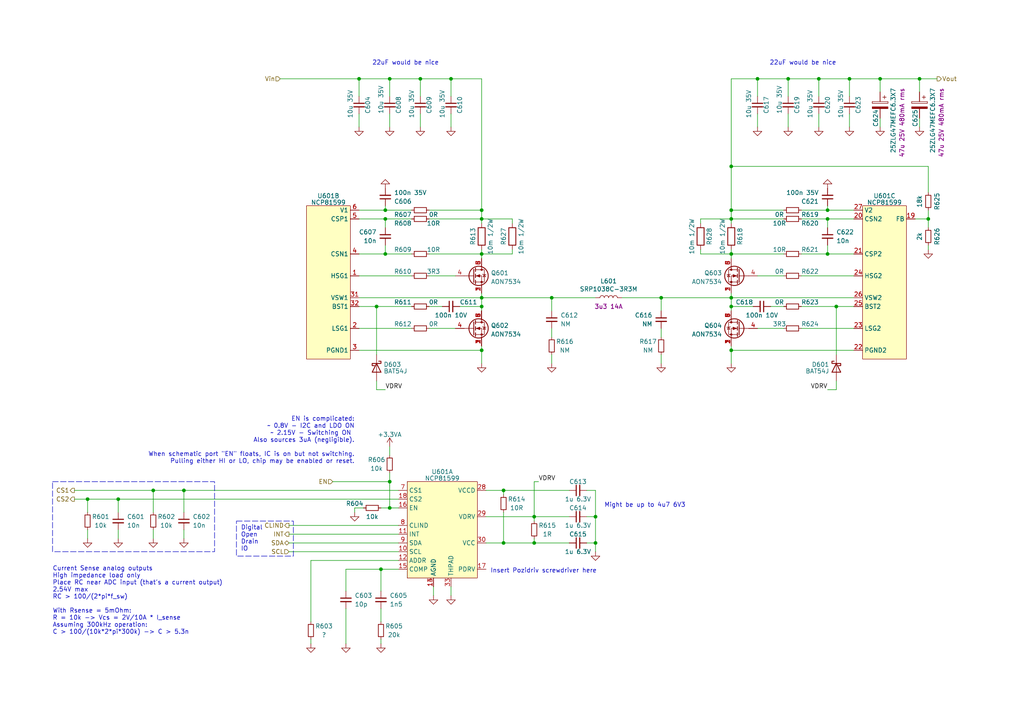
<source format=kicad_sch>
(kicad_sch (version 20230121) (generator eeschema)
  (paper "A4")
  (junction (at 191.77 86.36))
  (junction (at 111.76 73.66))
  (junction (at 113.03 139.7))
  (junction (at 212.09 48.26))
  (junction (at 139.7 73.66))
  (junction (at 212.09 101.6))
  (junction (at 237.49 22.86))
  (junction (at 44.45 142.24))
  (junction (at 219.71 22.86))
  (junction (at 109.22 88.9))
  (junction (at 111.76 60.96))
  (junction (at 146.05 142.24))
  (junction (at 240.03 63.5))
  (junction (at 139.7 101.6))
  (junction (at 111.76 63.5))
  (junction (at 212.09 86.36))
  (junction (at 53.34 142.24))
  (junction (at 139.7 86.36))
  (junction (at 212.09 88.9))
  (junction (at 113.03 22.86))
  (junction (at 266.7 22.86))
  (junction (at 146.05 157.48))
  (junction (at 154.94 157.48))
  (junction (at 172.72 157.48))
  (junction (at 228.6 22.86))
  (junction (at 212.09 73.66))
  (junction (at 212.09 63.5))
  (junction (at 130.81 22.86))
  (junction (at 25.4 144.78))
  (junction (at 34.29 144.78))
  (junction (at 246.38 22.86))
  (junction (at 139.7 63.5))
  (junction (at 104.14 22.86))
  (junction (at 242.57 88.9))
  (junction (at 172.72 149.86))
  (junction (at 255.27 22.86))
  (junction (at 139.7 60.96))
  (junction (at 121.92 22.86))
  (junction (at 160.02 86.36))
  (junction (at 240.03 60.96))
  (junction (at 113.03 147.32))
  (junction (at 139.7 88.9))
  (junction (at 154.94 149.86))
  (junction (at 240.03 73.66))
  (junction (at 269.24 63.5))
  (junction (at 212.09 60.96))
  (junction (at 110.49 165.1))
  (wire (pts (xy 247.65 63.5) (xy 240.03 63.5)))
  (wire (pts (xy 237.49 33.02) (xy 237.49 36.83)))
  (wire (pts (xy 255.27 22.86) (xy 246.38 22.86)))
  (wire (pts (xy 191.77 86.36) (xy 191.77 90.17)))
  (wire (pts (xy 237.49 22.86) (xy 228.6 22.86)))
  (wire (pts (xy 96.52 139.7) (xy 113.03 139.7)))
  (wire (pts (xy 121.92 22.86) (xy 130.81 22.86)))
  (wire (pts (xy 212.09 100.33) (xy 212.09 101.6)))
  (wire (pts (xy 172.72 142.24) (xy 172.72 149.86)))
  (wire (pts (xy 242.57 113.03) (xy 242.57 110.49)))
  (wire (pts (xy 154.94 149.86) (xy 154.94 151.13)))
  (wire (pts (xy 113.03 139.7) (xy 113.03 147.32)))
  (wire (pts (xy 109.22 113.03) (xy 111.76 113.03)))
  (wire (pts (xy 83.82 157.48) (xy 115.57 157.48)))
  (wire (pts (xy 104.14 22.86) (xy 113.03 22.86)))
  (wire (pts (xy 212.09 101.6) (xy 212.09 105.41)))
  (wire (pts (xy 172.72 149.86) (xy 172.72 157.48)))
  (wire (pts (xy 240.03 59.69) (xy 240.03 60.96)))
  (wire (pts (xy 247.65 95.25) (xy 232.41 95.25)))
  (wire (pts (xy 113.03 22.86) (xy 113.03 27.94)))
  (wire (pts (xy 269.24 60.96) (xy 269.24 63.5)))
  (wire (pts (xy 104.14 27.94) (xy 104.14 22.86)))
  (wire (pts (xy 228.6 22.86) (xy 219.71 22.86)))
  (wire (pts (xy 83.82 160.02) (xy 115.57 160.02)))
  (wire (pts (xy 242.57 88.9) (xy 232.41 88.9)))
  (wire (pts (xy 246.38 22.86) (xy 237.49 22.86)))
  (wire (pts (xy 227.33 95.25) (xy 219.71 95.25)))
  (wire (pts (xy 25.4 144.78) (xy 25.4 148.59)))
  (wire (pts (xy 104.14 80.01) (xy 119.38 80.01)))
  (wire (pts (xy 110.49 165.1) (xy 115.57 165.1)))
  (wire (pts (xy 247.65 73.66) (xy 240.03 73.66)))
  (wire (pts (xy 100.33 171.45) (xy 100.33 165.1)))
  (wire (pts (xy 212.09 88.9) (xy 212.09 86.36)))
  (wire (pts (xy 111.76 63.5) (xy 119.38 63.5)))
  (wire (pts (xy 148.59 73.66) (xy 139.7 73.66)))
  (wire (pts (xy 146.05 142.24) (xy 165.1 142.24)))
  (wire (pts (xy 146.05 157.48) (xy 154.94 157.48)))
  (wire (pts (xy 154.94 149.86) (xy 154.94 139.7)))
  (wire (pts (xy 218.44 88.9) (xy 212.09 88.9)))
  (wire (pts (xy 104.14 101.6) (xy 139.7 101.6)))
  (wire (pts (xy 44.45 142.24) (xy 44.45 148.59)))
  (wire (pts (xy 227.33 80.01) (xy 219.71 80.01)))
  (wire (pts (xy 124.46 88.9) (xy 128.27 88.9)))
  (wire (pts (xy 113.03 137.16) (xy 113.03 139.7)))
  (wire (pts (xy 21.59 142.24) (xy 44.45 142.24)))
  (wire (pts (xy 227.33 88.9) (xy 223.52 88.9)))
  (wire (pts (xy 255.27 26.67) (xy 255.27 22.86)))
  (wire (pts (xy 255.27 36.83) (xy 255.27 34.29)))
  (wire (pts (xy 191.77 95.25) (xy 191.77 97.79)))
  (wire (pts (xy 228.6 36.83) (xy 228.6 33.02)))
  (wire (pts (xy 240.03 73.66) (xy 232.41 73.66)))
  (wire (pts (xy 104.14 36.83) (xy 104.14 33.02)))
  (wire (pts (xy 219.71 33.02) (xy 219.71 36.83)))
  (wire (pts (xy 146.05 148.59) (xy 146.05 157.48)))
  (wire (pts (xy 139.7 86.36) (xy 139.7 85.09)))
  (wire (pts (xy 247.65 88.9) (xy 242.57 88.9)))
  (wire (pts (xy 172.72 157.48) (xy 172.72 160.02)))
  (wire (pts (xy 212.09 86.36) (xy 191.77 86.36)))
  (wire (pts (xy 227.33 73.66) (xy 212.09 73.66)))
  (wire (pts (xy 219.71 22.86) (xy 219.71 27.94)))
  (wire (pts (xy 180.34 86.36) (xy 191.77 86.36)))
  (wire (pts (xy 110.49 185.42) (xy 110.49 186.69)))
  (wire (pts (xy 102.87 147.32) (xy 102.87 148.59)))
  (wire (pts (xy 110.49 171.45) (xy 110.49 165.1)))
  (wire (pts (xy 111.76 71.12) (xy 111.76 73.66)))
  (wire (pts (xy 212.09 22.86) (xy 219.71 22.86)))
  (wire (pts (xy 34.29 153.67) (xy 34.29 156.21)))
  (wire (pts (xy 212.09 73.66) (xy 212.09 74.93)))
  (wire (pts (xy 104.14 73.66) (xy 111.76 73.66)))
  (wire (pts (xy 246.38 27.94) (xy 246.38 22.86)))
  (wire (pts (xy 212.09 60.96) (xy 212.09 48.26)))
  (wire (pts (xy 148.59 63.5) (xy 139.7 63.5)))
  (wire (pts (xy 154.94 139.7) (xy 156.21 139.7)))
  (wire (pts (xy 110.49 176.53) (xy 110.49 180.34)))
  (wire (pts (xy 113.03 129.54) (xy 113.03 132.08)))
  (wire (pts (xy 247.65 60.96) (xy 240.03 60.96)))
  (wire (pts (xy 139.7 63.5) (xy 139.7 60.96)))
  (wire (pts (xy 242.57 88.9) (xy 242.57 102.87)))
  (wire (pts (xy 44.45 142.24) (xy 53.34 142.24)))
  (wire (pts (xy 247.65 101.6) (xy 212.09 101.6)))
  (wire (pts (xy 212.09 73.66) (xy 212.09 72.39)))
  (wire (pts (xy 160.02 95.25) (xy 160.02 97.79)))
  (wire (pts (xy 109.22 88.9) (xy 119.38 88.9)))
  (wire (pts (xy 111.76 60.96) (xy 119.38 60.96)))
  (wire (pts (xy 121.92 36.83) (xy 121.92 33.02)))
  (wire (pts (xy 139.7 100.33) (xy 139.7 101.6)))
  (wire (pts (xy 212.09 63.5) (xy 212.09 60.96)))
  (wire (pts (xy 154.94 156.21) (xy 154.94 157.48)))
  (wire (pts (xy 269.24 48.26) (xy 212.09 48.26)))
  (wire (pts (xy 160.02 102.87) (xy 160.02 105.41)))
  (wire (pts (xy 104.14 60.96) (xy 111.76 60.96)))
  (wire (pts (xy 34.29 144.78) (xy 34.29 148.59)))
  (wire (pts (xy 212.09 86.36) (xy 212.09 85.09)))
  (wire (pts (xy 100.33 165.1) (xy 110.49 165.1)))
  (wire (pts (xy 146.05 142.24) (xy 146.05 143.51)))
  (wire (pts (xy 140.97 142.24) (xy 146.05 142.24)))
  (wire (pts (xy 130.81 22.86) (xy 130.81 27.94)))
  (wire (pts (xy 83.82 154.94) (xy 115.57 154.94)))
  (wire (pts (xy 124.46 95.25) (xy 132.08 95.25)))
  (wire (pts (xy 212.09 88.9) (xy 212.09 90.17)))
  (wire (pts (xy 90.17 185.42) (xy 90.17 186.69)))
  (wire (pts (xy 240.03 60.96) (xy 232.41 60.96)))
  (wire (pts (xy 111.76 63.5) (xy 111.76 66.04)))
  (wire (pts (xy 34.29 144.78) (xy 115.57 144.78)))
  (wire (pts (xy 139.7 101.6) (xy 139.7 105.41)))
  (wire (pts (xy 109.22 113.03) (xy 109.22 110.49)))
  (wire (pts (xy 21.59 144.78) (xy 25.4 144.78)))
  (wire (pts (xy 111.76 73.66) (xy 119.38 73.66)))
  (wire (pts (xy 124.46 60.96) (xy 139.7 60.96)))
  (wire (pts (xy 25.4 153.67) (xy 25.4 156.21)))
  (wire (pts (xy 212.09 22.86) (xy 212.09 48.26)))
  (wire (pts (xy 83.82 152.4) (xy 115.57 152.4)))
  (wire (pts (xy 110.49 147.32) (xy 113.03 147.32)))
  (wire (pts (xy 237.49 22.86) (xy 237.49 27.94)))
  (wire (pts (xy 139.7 73.66) (xy 139.7 72.39)))
  (wire (pts (xy 124.46 63.5) (xy 139.7 63.5)))
  (wire (pts (xy 242.57 113.03) (xy 240.03 113.03)))
  (wire (pts (xy 104.14 88.9) (xy 109.22 88.9)))
  (wire (pts (xy 53.34 142.24) (xy 115.57 142.24)))
  (wire (pts (xy 125.73 170.18) (xy 125.73 172.72)))
  (wire (pts (xy 133.35 88.9) (xy 139.7 88.9)))
  (wire (pts (xy 240.03 71.12) (xy 240.03 73.66)))
  (wire (pts (xy 265.43 63.5) (xy 269.24 63.5)))
  (wire (pts (xy 139.7 63.5) (xy 139.7 64.77)))
  (wire (pts (xy 113.03 33.02) (xy 113.03 36.83)))
  (wire (pts (xy 246.38 36.83) (xy 246.38 33.02)))
  (wire (pts (xy 124.46 80.01) (xy 132.08 80.01)))
  (wire (pts (xy 100.33 176.53) (xy 100.33 186.69)))
  (wire (pts (xy 247.65 86.36) (xy 212.09 86.36)))
  (wire (pts (xy 228.6 27.94) (xy 228.6 22.86)))
  (wire (pts (xy 124.46 73.66) (xy 139.7 73.66)))
  (wire (pts (xy 227.33 60.96) (xy 212.09 60.96)))
  (wire (pts (xy 90.17 162.56) (xy 90.17 180.34)))
  (wire (pts (xy 266.7 22.86) (xy 271.78 22.86)))
  (wire (pts (xy 247.65 80.01) (xy 232.41 80.01)))
  (wire (pts (xy 170.18 142.24) (xy 172.72 142.24)))
  (wire (pts (xy 255.27 22.86) (xy 266.7 22.86)))
  (wire (pts (xy 160.02 86.36) (xy 172.72 86.36)))
  (wire (pts (xy 121.92 27.94) (xy 121.92 22.86)))
  (wire (pts (xy 109.22 88.9) (xy 109.22 102.87)))
  (wire (pts (xy 113.03 22.86) (xy 121.92 22.86)))
  (wire (pts (xy 139.7 73.66) (xy 139.7 74.93)))
  (wire (pts (xy 148.59 64.77) (xy 148.59 63.5)))
  (wire (pts (xy 269.24 63.5) (xy 269.24 66.04)))
  (wire (pts (xy 53.34 153.67) (xy 53.34 156.21)))
  (wire (pts (xy 266.7 26.67) (xy 266.7 22.86)))
  (wire (pts (xy 104.14 86.36) (xy 139.7 86.36)))
  (wire (pts (xy 25.4 144.78) (xy 34.29 144.78)))
  (wire (pts (xy 269.24 71.12) (xy 269.24 72.39)))
  (wire (pts (xy 111.76 59.69) (xy 111.76 60.96)))
  (wire (pts (xy 240.03 63.5) (xy 240.03 66.04)))
  (wire (pts (xy 212.09 63.5) (xy 212.09 64.77)))
  (wire (pts (xy 203.2 72.39) (xy 203.2 73.66)))
  (wire (pts (xy 104.14 95.25) (xy 119.38 95.25)))
  (wire (pts (xy 203.2 64.77) (xy 203.2 63.5)))
  (wire (pts (xy 139.7 88.9) (xy 139.7 90.17)))
  (wire (pts (xy 113.03 147.32) (xy 115.57 147.32)))
  (wire (pts (xy 154.94 157.48) (xy 165.1 157.48)))
  (wire (pts (xy 203.2 63.5) (xy 212.09 63.5)))
  (wire (pts (xy 90.17 162.56) (xy 115.57 162.56)))
  (wire (pts (xy 160.02 86.36) (xy 160.02 90.17)))
  (wire (pts (xy 81.28 22.86) (xy 104.14 22.86)))
  (wire (pts (xy 140.97 157.48) (xy 146.05 157.48)))
  (wire (pts (xy 227.33 63.5) (xy 212.09 63.5)))
  (wire (pts (xy 140.97 149.86) (xy 154.94 149.86)))
  (wire (pts (xy 148.59 72.39) (xy 148.59 73.66)))
  (wire (pts (xy 240.03 63.5) (xy 232.41 63.5)))
  (wire (pts (xy 170.18 149.86) (xy 172.72 149.86)))
  (wire (pts (xy 203.2 73.66) (xy 212.09 73.66)))
  (wire (pts (xy 139.7 86.36) (xy 160.02 86.36)))
  (wire (pts (xy 139.7 88.9) (xy 139.7 86.36)))
  (wire (pts (xy 130.81 33.02) (xy 130.81 36.83)))
  (wire (pts (xy 191.77 102.87) (xy 191.77 105.41)))
  (wire (pts (xy 104.14 63.5) (xy 111.76 63.5)))
  (wire (pts (xy 139.7 22.86) (xy 139.7 60.96)))
  (wire (pts (xy 172.72 157.48) (xy 170.18 157.48)))
  (wire (pts (xy 266.7 36.83) (xy 266.7 34.29)))
  (wire (pts (xy 44.45 153.67) (xy 44.45 156.21)))
  (wire (pts (xy 105.41 147.32) (xy 102.87 147.32)))
  (wire (pts (xy 130.81 170.18) (xy 130.81 172.72)))
  (wire (pts (xy 130.81 22.86) (xy 139.7 22.86)))
  (wire (pts (xy 154.94 149.86) (xy 165.1 149.86)))
  (wire (pts (xy 53.34 148.59) (xy 53.34 142.24)))
  (wire (pts (xy 269.24 55.88) (xy 269.24 48.26)))
  (rectangle (start 15.24 139.7) (end 62.23 160.02) (stroke (width 0) (type dash)))
  (rectangle (start 68.58 151.13) (end 85.09 161.29) (stroke (width 0) (type dash)))
  (text "Insert Pozidriv screwdriver here" (at 142.24 166.37 0) (effects (font (size 1.27 1.27)) (justify left bottom)))
  (text "Digital\nOpen\nDrain\nIO" (at 69.85 160.02 0) (effects (font (size 1.27 1.27)) (justify left bottom)))
  (text "Might be up to 4u7 6V3" (at 175.26 147.32 0) (effects (font (size 1.27 1.27)) (justify left bottom)))
  (text "Current Sense analog outputs\nHigh impedance load only\nPlace RC near ADC input (that's a current output)\n2.54V max\nRC > 100/(2*pi*f_sw)\n\nWith Rsense = 5mOhm:\nR = 10k -> Vcs = 2V/10A * I_sense\nAssuming 300kHz operation:\nC > 100/(10k*2*pi*300k) -> C > 5.3n" (at 15.24 184.15 0) (effects (font (size 1.27 1.27)) (justify left bottom)))
  (text "22uF would be nice" (at 242.57 19.05 0) (effects (font (size 1.27 1.27)) (justify right bottom)))
  (text "EN is complicated:\n~ 0.8V - I2C and LDO ON\n~ 2.15V - Switching ON \nAlso sources 3uA (negligible).\n\nWhen schematic port \"EN\" floats, IC is on but not switching.\nPulling either HI or LO, chip may be enabled or reset.\n" (at 102.87 134.62 0) (effects (font (size 1.27 1.27)) (justify right bottom)))
  (text "22uF would be nice" (at 107.95 19.05 0) (effects (font (size 1.27 1.27)) (justify left bottom)))
  (label "VDRV" (at 240.03 113.03 180))
  (label "VDRV" (at 156.21 139.7 0))
  (label "VDRV" (at 111.76 113.03 0))
  (hierarchical_label "Vout" (shape output) (at 271.78 22.86 0))
  (hierarchical_label "EN" (shape input) (at 96.52 139.7 180))
  (hierarchical_label "INT" (shape output) (at 83.82 154.94 180))
  (hierarchical_label "SCL" (shape input) (at 83.82 160.02 180))
  (hierarchical_label "CLIND" (shape output) (at 83.82 152.4 180))
  (hierarchical_label "Vin" (shape input) (at 81.28 22.86 180))
  (hierarchical_label "CS2" (shape output) (at 21.59 144.78 180))
  (hierarchical_label "CS1" (shape output) (at 21.59 142.24 180))
  (hierarchical_label "SDA" (shape bidirectional) (at 83.82 157.48 180))
  (symbol (lib_id "power:GND") (at 121.92 36.83 0) (unit 1)
    (property "Reference" "#PWR0613" (effects hide))
    (property "Value" "GND" (effects hide))
    (instances (project "OpenUPS_ups" (path "" (reference "#PWR0613") (unit 1)) (path "" (reference "#PWR0313") (unit 1))))
  )
  (symbol (lib_id "power:GND") (at 53.34 156.21 0) (unit 1)
    (property "Reference" "#PWR0604" (effects hide))
    (property "Value" "GND" (effects hide))
    (instances (project "OpenUPS_ups" (path "" (reference "#PWR0604") (unit 1)) (path "" (reference "#PWR0304") (unit 1))))
  )
  (symbol (lib_id "Device:C_Small") (at 110.49 173.99 0) (unit 1)
    (property "Reference" "C605" (at 113.03 172.72 0) (effects (justify left)))
    (property "Value" "1n5" (at 113.03 175.26 0) (effects (justify left)))
    (property "Footprint" "Capacitor_SMD:C_0603_1608Metric" (effects hide))
    (instances (project "OpenUPS_ups" (path "" (reference "C605") (unit 1)) (path "" (reference "C305") (unit 1))))
  )
  (symbol (lib_name "NCP81599_1") (lib_id "open-psu:NCP81599") (at 256.54 59.69 0) (unit 3)
    (property "Reference" "U601" (at 256.54 56.8071 0))
    (property "Value" "NCP81599" (at 256.54 58.7281 0))
    (property "Footprint" "Package_DFN_QFN:QFN-32-1EP_5x5mm_P0.5mm_EP3.7x3.7mm" (effects hide))
    (property "Datasheet" "https://www2.mouser.com/datasheet/2/308/NCV81599_D-1903267.pdf" (effects hide))
    (instances (project "OpenUPS_ups" (path "" (reference "U601") (unit 3)) (path "" (reference "U301") (unit 3))))
  )
  (symbol (lib_id "Device:R_Small") (at 121.92 63.5 90) (unit 1)
    (property "Reference" "R608" (at 116.84 64.77 90))
    (property "Value" "10R" (at 125.73 64.77 90))
    (property "Footprint" "Resistor_SMD:R_0603_1608Metric" (effects hide))
    (instances (project "OpenUPS_ups" (path "" (reference "R608") (unit 1)) (path "" (reference "R308") (unit 1))))
  )
  (symbol (lib_id "Device:R_Small") (at 110.49 182.88 0) (mirror x) (unit 1)
    (property "Reference" "R605" (at 114.3 181.61 0))
    (property "Value" "20k" (at 114.3 184.15 0))
    (property "Footprint" "Resistor_SMD:R_0603_1608Metric" (effects hide))
    (instances (project "OpenUPS_ups" (path "" (reference "R605") (unit 1)) (path "" (reference "R305") (unit 1))))
  )
  (symbol (lib_id "Device:R_Small") (at 146.05 146.05 0) (mirror x) (unit 1)
    (property "Reference" "R614" (at 149.86 144.78 0))
    (property "Value" "10R" (at 149.86 147.32 0))
    (property "Footprint" "Resistor_SMD:R_0603_1608Metric" (effects hide))
    (instances (project "OpenUPS_ups" (path "" (reference "R614") (unit 1)) (path "" (reference "R314") (unit 1))))
  )
  (symbol (lib_id "Device:C_Small") (at 240.03 57.15 180) (unit 1)
    (property "Reference" "C621" (at 237.49 58.42 0) (effects (justify left)))
    (property "Value" "100n 35V" (at 237.49 55.88 0) (effects (justify left)))
    (property "Footprint" "Capacitor_SMD:C_0603_1608Metric" (effects hide))
    (instances (project "OpenUPS_ups" (path "" (reference "C621") (unit 1)) (path "" (reference "C321") (unit 1))))
  )
  (symbol (lib_id "Device:R_Small") (at 121.92 73.66 90) (mirror x) (unit 1)
    (property "Reference" "R609" (at 116.84 72.39 90))
    (property "Value" "10R" (at 125.73 72.39 90))
    (property "Footprint" "Resistor_SMD:R_0603_1608Metric" (effects hide))
    (instances (project "OpenUPS_ups" (path "" (reference "R609") (unit 1)) (path "" (reference "R309") (unit 1))))
  )
  (symbol (lib_id "Device:R_Small") (at 121.92 88.9 90) (mirror x) (unit 1)
    (property "Reference" "R611" (at 116.84 87.63 90))
    (property "Value" "0R" (at 125.73 87.63 90))
    (property "Footprint" "Resistor_SMD:R_0603_1608Metric" (effects hide))
    (instances (project "OpenUPS_ups" (path "" (reference "R611") (unit 1)) (path "" (reference "R311") (unit 1))))
  )
  (symbol (lib_id "Device:C_Small") (at 167.64 142.24 90) (unit 1)
    (property "Reference" "C613" (at 167.64 139.7 90))
    (property "Value" "1u 6.3V" (at 167.64 144.78 90))
    (property "Footprint" "Capacitor_SMD:C_0603_1608Metric" (effects hide))
    (instances (project "OpenUPS_ups" (path "" (reference "C613") (unit 1)) (path "" (reference "C313") (unit 1))))
  )
  (symbol (lib_id "Device:C_Small") (at 228.6 30.48 0) (unit 1)
    (property "Reference" "C619" (at 231.14 33.02 90) (effects (justify left)))
    (property "Value" "10u 35V" (at 226.06 33.02 90) (effects (justify left)))
    (property "Footprint" "Capacitor_SMD:C_0603_1608Metric" (effects hide))
    (instances (project "OpenUPS_ups" (path "" (reference "C619") (unit 1)) (path "" (reference "C319") (unit 1))))
  )
  (symbol (lib_name "Q_NMOS_GDS_1") (lib_id "Device:Q_NMOS_GDS") (at 137.16 80.01 0) (unit 1)
    (property "Reference" "Q601" (at 142.367 79.1753 0) (effects (justify left)))
    (property "Value" "AON7534" (at 142.367 81.7122 0) (effects (justify left)))
    (property "Footprint" "footprints:DFN 3x3 MOSFET" (effects hide))
    (instances (project "OpenUPS_ups" (path "" (reference "Q601") (unit 1)) (path "" (reference "Q301") (unit 1)) (path "" (reference "Q407") (unit 1))))
  )
  (symbol (lib_id "Device:L") (at 176.53 86.36 90) (unit 1)
    (property "Reference" "L601" (at 176.53 81.534 90))
    (property "Value" "SRP1038C-3R3M" (at 176.53 83.8454 90))
    (property "Footprint" "Inductor_SMD:L_Bourns_SRP1038C_10.0x10.0mm" (effects hide))
    (property "Datasheet" "https://www.mouser.pl/datasheet/2/54/bourns_06072019_SRP1038C_datasheet-1601316.pdf" (effects hide))
    (property "Comment" "3u3 14A" (at 176.53 88.9 90))
    (instances (project "OpenUPS_ups" (path "" (reference "L601") (unit 1)) (path "" (reference "L301") (unit 1))))
  )
  (symbol (lib_id "power:GND") (at 100.33 186.69 0) (unit 1)
    (property "Reference" "#PWR0606" (effects hide))
    (property "Value" "GND" (effects hide))
    (instances (project "OpenUPS_ups" (path "" (reference "#PWR0606") (unit 1)) (path "" (reference "#PWR0306") (unit 1))))
  )
  (symbol (lib_id "Device:C_Small") (at 246.38 30.48 0) (unit 1)
    (property "Reference" "C623" (at 248.92 33.02 90) (effects (justify left)))
    (property "Value" "10u 35V" (at 243.84 34.29 90) (effects (justify left)))
    (property "Footprint" "Capacitor_SMD:C_0603_1608Metric" (effects hide))
    (instances (project "OpenUPS_ups" (path "" (reference "C623") (unit 1)) (path "" (reference "C323") (unit 1))))
  )
  (symbol (lib_id "Diode:BAT54J") (at 242.57 106.68 90) (mirror x) (unit 1)
    (property "Reference" "D601" (at 240.538 105.7188 90) (effects (justify left)))
    (property "Value" "BAT54J" (at 240.538 107.6398 90) (effects (justify left)))
    (property "Footprint" "Diode_SMD:D_SOD-323F" (effects hide))
    (property "Datasheet" "https://assets.nexperia.com/documents/data-sheet/BAT54J.pdf" (effects hide))
    (instances (project "OpenUPS_ups" (path "" (reference "D601") (unit 1)) (path "" (reference "D301") (unit 1))))
  )
  (symbol (lib_id "power:GND") (at 125.73 172.72 0) (unit 1)
    (property "Reference" "#PWR0614" (effects hide))
    (property "Value" "GND" (effects hide))
    (instances (project "OpenUPS_ups" (path "" (reference "#PWR0614") (unit 1)) (path "" (reference "#PWR0314") (unit 1))))
  )
  (symbol (lib_id "Device:R_Small") (at 121.92 80.01 90) (mirror x) (unit 1)
    (property "Reference" "R610" (at 116.84 78.74 90))
    (property "Value" "3R3" (at 125.73 78.74 90))
    (property "Footprint" "Resistor_SMD:R_0603_1608Metric" (effects hide))
    (instances (project "OpenUPS_ups" (path "" (reference "R610") (unit 1)) (path "" (reference "R310") (unit 1))))
  )
  (symbol (lib_id "power:GND") (at 110.49 186.69 0) (unit 1)
    (property "Reference" "#PWR0609" (effects hide))
    (property "Value" "GND" (effects hide))
    (instances (project "OpenUPS_ups" (path "" (reference "#PWR0609") (unit 1)) (path "" (reference "#PWR0309") (unit 1))))
  )
  (symbol (lib_id "Device:R_Small") (at 229.87 60.96 270) (mirror x) (unit 1)
    (property "Reference" "R619" (at 234.95 62.23 90))
    (property "Value" "0R" (at 226.06 62.23 90))
    (property "Footprint" "Resistor_SMD:R_0603_1608Metric" (effects hide))
    (instances (project "OpenUPS_ups" (path "" (reference "R619") (unit 1)) (path "" (reference "R319") (unit 1))))
  )
  (symbol (lib_id "power:GND") (at 104.14 36.83 0) (unit 1)
    (property "Reference" "#PWR0608" (effects hide))
    (property "Value" "GND" (effects hide))
    (instances (project "OpenUPS_ups" (path "" (reference "#PWR0608") (unit 1)) (path "" (reference "#PWR0308") (unit 1))))
  )
  (symbol (lib_id "power:GND") (at 255.27 36.83 0) (mirror y) (unit 1)
    (property "Reference" "#PWR0627" (effects hide))
    (property "Value" "GND" (effects hide))
    (instances (project "OpenUPS_ups" (path "" (reference "#PWR0627") (unit 1)) (path "" (reference "#PWR0327") (unit 1))))
  )
  (symbol (lib_id "power:GND") (at 25.4 156.21 0) (unit 1)
    (property "Reference" "#PWR0601" (effects hide))
    (property "Value" "GND" (effects hide))
    (instances (project "OpenUPS_ups" (path "" (reference "#PWR0601") (unit 1)) (path "" (reference "#PWR0301") (unit 1))))
  )
  (symbol (lib_id "Device:C_Polarized") (at 266.7 30.48 0) (mirror y) (unit 1)
    (property "Reference" "C625" (at 265.43 36.83 90) (effects (justify left)))
    (property "Value" "25ZLG47MEFC6.3X7" (at 270.51 44.45 90) (effects (justify left)))
    (property "Footprint" "Capacitor_THT:CP_Radial_D6.3mm_P2.50mm" (effects hide))
    (property "Comment" "47u 25V 480mA rms" (at 273.05 35.56 90))
    (instances (project "OpenUPS_ups" (path "" (reference "C625") (unit 1)) (path "" (reference "C325") (unit 1)) (path "" (reference "C432") (unit 1))))
  )
  (symbol (lib_id "Device:R") (at 139.7 68.58 180) (unit 1)
    (property "Reference" "R613" (at 137.16 68.58 90))
    (property "Value" "10m 1/2W" (at 142.24 68.58 90))
    (property "Footprint" "Resistor_SMD:R_1206_3216Metric" (effects hide))
    (instances (project "OpenUPS_ups" (path "" (reference "R613") (unit 1)) (path "" (reference "R313") (unit 1)) (path "" (reference "R416") (unit 1))))
  )
  (symbol (lib_id "power:GND") (at 160.02 105.41 0) (unit 1)
    (property "Reference" "#PWR0618" (effects hide))
    (property "Value" "GND" (effects hide))
    (instances (project "OpenUPS_ups" (path "" (reference "#PWR0618") (unit 1)) (path "" (reference "#PWR0318") (unit 1))))
  )
  (symbol (lib_id "power:GND") (at 191.77 105.41 0) (mirror y) (unit 1)
    (property "Reference" "#PWR0620" (effects hide))
    (property "Value" "GND" (effects hide))
    (instances (project "OpenUPS_ups" (path "" (reference "#PWR0620") (unit 1)) (path "" (reference "#PWR0320") (unit 1))))
  )
  (symbol (lib_id "power:GND") (at 266.7 36.83 0) (mirror y) (unit 1)
    (property "Reference" "#PWR0628" (effects hide))
    (property "Value" "GND" (effects hide))
    (instances (project "OpenUPS_ups" (path "" (reference "#PWR0628") (unit 1)) (path "" (reference "#PWR0328") (unit 1))))
  )
  (symbol (lib_id "Device:R_Small") (at 160.02 100.33 0) (mirror x) (unit 1)
    (property "Reference" "R616" (at 163.83 99.06 0))
    (property "Value" "NM" (at 163.83 101.6 0))
    (property "Footprint" "Resistor_SMD:R_0603_1608Metric" (effects hide))
    (instances (project "OpenUPS_ups" (path "" (reference "R616") (unit 1)) (path "" (reference "R316") (unit 1))))
  )
  (symbol (lib_id "power:GND") (at 212.09 105.41 0) (mirror y) (unit 1)
    (property "Reference" "#PWR0621" (effects hide))
    (property "Value" "GND" (effects hide))
    (instances (project "OpenUPS_ups" (path "" (reference "#PWR0621") (unit 1)) (path "" (reference "#PWR0321") (unit 1))))
  )
  (symbol (lib_id "Device:R_Small") (at 44.45 151.13 0) (mirror x) (unit 1)
    (property "Reference" "R602" (at 48.26 149.86 0))
    (property "Value" "10k" (at 48.26 152.4 0))
    (property "Footprint" "Resistor_SMD:R_0603_1608Metric" (effects hide))
    (instances (project "OpenUPS_ups" (path "" (reference "R602") (unit 1)) (path "" (reference "R302") (unit 1))))
  )
  (symbol (lib_id "Device:C_Small") (at 34.29 151.13 0) (unit 1)
    (property "Reference" "C601" (at 36.83 149.86 0) (effects (justify left)))
    (property "Value" "10n" (at 36.83 152.4 0) (effects (justify left)))
    (property "Footprint" "Capacitor_SMD:C_0603_1608Metric" (effects hide))
    (instances (project "OpenUPS_ups" (path "" (reference "C601") (unit 1)) (path "" (reference "C301") (unit 1))))
  )
  (symbol (lib_id "Device:R_Small") (at 229.87 80.01 270) (unit 1)
    (property "Reference" "R622" (at 234.95 78.74 90))
    (property "Value" "0R" (at 226.06 78.74 90))
    (property "Footprint" "Resistor_SMD:R_0603_1608Metric" (effects hide))
    (instances (project "OpenUPS_ups" (path "" (reference "R622") (unit 1)) (path "" (reference "R322") (unit 1))))
  )
  (symbol (lib_id "Device:R_Small") (at 229.87 73.66 270) (unit 1)
    (property "Reference" "R621" (at 234.95 72.39 90))
    (property "Value" "10R" (at 226.06 72.39 90))
    (property "Footprint" "Resistor_SMD:R_0603_1608Metric" (effects hide))
    (instances (project "OpenUPS_ups" (path "" (reference "R621") (unit 1)) (path "" (reference "R321") (unit 1))))
  )
  (symbol (lib_id "power:GND") (at 172.72 160.02 0) (unit 1)
    (property "Reference" "#PWR0619" (effects hide))
    (property "Value" "GND" (effects hide))
    (instances (project "OpenUPS_ups" (path "" (reference "#PWR0619") (unit 1)) (path "" (reference "#PWR0319") (unit 1))))
  )
  (symbol (lib_id "Device:C_Small") (at 130.81 30.48 0) (unit 1)
    (property "Reference" "C610" (at 133.35 33.02 90) (effects (justify left)))
    (property "Value" "10u 35V" (at 128.27 34.29 90) (effects (justify left)))
    (property "Footprint" "Capacitor_SMD:C_0603_1608Metric" (effects hide))
    (instances (project "OpenUPS_ups" (path "" (reference "C610") (unit 1)) (path "" (reference "C310") (unit 1))))
  )
  (symbol (lib_name "Q_NMOS_GDS_1") (lib_id "Device:Q_NMOS_GDS") (at 214.63 95.25 0) (mirror y) (unit 1)
    (property "Reference" "Q604" (at 209.423 94.4153 0) (effects (justify left)))
    (property "Value" "AON7534" (at 209.423 96.9522 0) (effects (justify left)))
    (property "Footprint" "footprints:DFN 3x3 MOSFET" (effects hide))
    (instances (project "OpenUPS_ups" (path "" (reference "Q604") (unit 1)) (path "" (reference "Q304") (unit 1)) (path "" (reference "Q407") (unit 1))))
  )
  (symbol (lib_id "Device:R_Small") (at 154.94 153.67 0) (mirror x) (unit 1)
    (property "Reference" "R615" (at 158.75 152.4 0))
    (property "Value" "1R" (at 158.75 154.94 0))
    (property "Footprint" "Resistor_SMD:R_0603_1608Metric" (effects hide))
    (instances (project "OpenUPS_ups" (path "" (reference "R615") (unit 1)) (path "" (reference "R315") (unit 1))))
  )
  (symbol (lib_id "power:GND") (at 269.24 72.39 0) (mirror y) (unit 1)
    (property "Reference" "#PWR0629" (effects hide))
    (property "Value" "GND" (effects hide))
    (instances (project "OpenUPS_ups" (path "" (reference "#PWR0629") (unit 1)) (path "" (reference "#PWR0329") (unit 1))))
  )
  (symbol (lib_id "Device:R_Small") (at 269.24 68.58 0) (mirror x) (unit 1)
    (property "Reference" "R626" (at 271.78 68.58 90))
    (property "Value" "2k" (at 266.7 68.58 90))
    (property "Footprint" "Resistor_SMD:R_0603_1608Metric" (effects hide))
    (instances (project "OpenUPS_ups" (path "" (reference "R626") (unit 1)) (path "" (reference "R326") (unit 1))))
  )
  (symbol (lib_id "Device:C_Small") (at 130.81 88.9 90) (unit 1)
    (property "Reference" "C611" (at 135.89 87.63 90))
    (property "Value" "100n 10V" (at 130.81 91.44 90))
    (property "Footprint" "Capacitor_SMD:C_0603_1608Metric" (effects hide))
    (instances (project "OpenUPS_ups" (path "" (reference "C611") (unit 1)) (path "" (reference "C311") (unit 1))))
  )
  (symbol (lib_id "power:GND") (at 130.81 36.83 0) (unit 1)
    (property "Reference" "#PWR0615" (effects hide))
    (property "Value" "GND" (effects hide))
    (instances (project "OpenUPS_ups" (path "" (reference "#PWR0615") (unit 1)) (path "" (reference "#PWR0315") (unit 1))))
  )
  (symbol (lib_id "power:GND") (at 139.7 105.41 0) (unit 1)
    (property "Reference" "#PWR0617" (effects hide))
    (property "Value" "GND" (effects hide))
    (instances (project "OpenUPS_ups" (path "" (reference "#PWR0617") (unit 1)) (path "" (reference "#PWR0317") (unit 1))))
  )
  (symbol (lib_id "Device:C_Small") (at 53.34 151.13 0) (unit 1)
    (property "Reference" "C602" (at 55.88 149.86 0) (effects (justify left)))
    (property "Value" "10n" (at 55.88 152.4 0) (effects (justify left)))
    (property "Footprint" "Capacitor_SMD:C_0603_1608Metric" (effects hide))
    (instances (project "OpenUPS_ups" (path "" (reference "C602") (unit 1)) (path "" (reference "C302") (unit 1))))
  )
  (symbol (lib_id "Device:R_Small") (at 121.92 60.96 90) (unit 1)
    (property "Reference" "R607" (at 116.84 62.23 90))
    (property "Value" "0R" (at 125.73 62.23 90))
    (property "Footprint" "Resistor_SMD:R_0603_1608Metric" (effects hide))
    (instances (project "OpenUPS_ups" (path "" (reference "R607") (unit 1)) (path "" (reference "R307") (unit 1))))
  )
  (symbol (lib_id "Device:R_Small") (at 269.24 58.42 0) (mirror x) (unit 1)
    (property "Reference" "R625" (at 271.78 58.42 90))
    (property "Value" "18k" (at 266.7 58.42 90))
    (property "Footprint" "Resistor_SMD:R_0603_1608Metric" (effects hide))
    (instances (project "OpenUPS_ups" (path "" (reference "R625") (unit 1)) (path "" (reference "R325") (unit 1))))
  )
  (symbol (lib_id "power:GND") (at 44.45 156.21 0) (unit 1)
    (property "Reference" "#PWR0603" (effects hide))
    (property "Value" "GND" (effects hide))
    (instances (project "OpenUPS_ups" (path "" (reference "#PWR0603") (unit 1)) (path "" (reference "#PWR0303") (unit 1))))
  )
  (symbol (lib_name "Q_NMOS_GDS_1") (lib_id "Device:Q_NMOS_GDS") (at 214.63 80.01 0) (mirror y) (unit 1)
    (property "Reference" "Q603" (at 209.423 79.1753 0) (effects (justify left)))
    (property "Value" "AON7534" (at 209.423 81.7122 0) (effects (justify left)))
    (property "Footprint" "footprints:DFN 3x3 MOSFET" (effects hide))
    (instances (project "OpenUPS_ups" (path "" (reference "Q603") (unit 1)) (path "" (reference "Q303") (unit 1)) (path "" (reference "Q407") (unit 1))))
  )
  (symbol (lib_id "power:+3.3VA") (at 113.03 129.54 0) (unit 1)
    (property "Reference" "#PWR?" (effects hide))
    (property "Value" "+3.3VA" (at 113.03 126.0381 0))
    (instances (project "OpenUPS_ups" (path "" (reference "#PWR?") (unit 1)) (path "" (reference "#PWR0431") (unit 1)) (path "" (reference "#PWR0312") (unit 1)) (path "" (reference "#PWR0612") (unit 1))))
  )
  (symbol (lib_id "Device:R_Small") (at 107.95 147.32 90) (mirror x) (unit 1)
    (property "Reference" "R604" (at 102.87 146.05 90))
    (property "Value" "10k" (at 107.95 149.86 90))
    (property "Footprint" "Resistor_SMD:R_0603_1608Metric" (effects hide))
    (instances (project "OpenUPS_ups" (path "" (reference "R604") (unit 1)) (path "" (reference "R304") (unit 1))))
  )
  (symbol (lib_id "Device:R_Small") (at 25.4 151.13 0) (mirror x) (unit 1)
    (property "Reference" "R601" (at 29.21 149.86 0))
    (property "Value" "10k" (at 29.21 152.4 0))
    (property "Footprint" "Resistor_SMD:R_0603_1608Metric" (effects hide))
    (instances (project "OpenUPS_ups" (path "" (reference "R601") (unit 1)) (path "" (reference "R301") (unit 1))))
  )
  (symbol (lib_id "Device:C_Small") (at 237.49 30.48 0) (unit 1)
    (property "Reference" "C620" (at 240.03 33.02 90) (effects (justify left)))
    (property "Value" "10u 35V" (at 234.95 34.29 90) (effects (justify left)))
    (property "Footprint" "Capacitor_SMD:C_0603_1608Metric" (effects hide))
    (instances (project "OpenUPS_ups" (path "" (reference "C620") (unit 1)) (path "" (reference "C320") (unit 1))))
  )
  (symbol (lib_id "Device:C_Small") (at 111.76 57.15 0) (mirror x) (unit 1)
    (property "Reference" "C606" (at 114.3 58.42 0) (effects (justify left)))
    (property "Value" "100n 35V" (at 114.3 55.88 0) (effects (justify left)))
    (property "Footprint" "Capacitor_SMD:C_0603_1608Metric" (effects hide))
    (instances (project "OpenUPS_ups" (path "" (reference "C606") (unit 1)) (path "" (reference "C306") (unit 1))))
  )
  (symbol (lib_id "power:GND") (at 240.03 54.61 0) (mirror x) (unit 1)
    (property "Reference" "#PWR0625" (effects hide))
    (property "Value" "GND" (effects hide))
    (instances (project "OpenUPS_ups" (path "" (reference "#PWR0625") (unit 1)) (path "" (reference "#PWR0325") (unit 1))))
  )
  (symbol (lib_id "Device:C_Small") (at 111.76 68.58 0) (mirror y) (unit 1)
    (property "Reference" "C607" (at 109.22 67.31 0) (effects (justify left)))
    (property "Value" "10n" (at 109.22 69.85 0) (effects (justify left)))
    (property "Footprint" "Capacitor_SMD:C_0603_1608Metric" (effects hide))
    (instances (project "OpenUPS_ups" (path "" (reference "C607") (unit 1)) (path "" (reference "C307") (unit 1))))
  )
  (symbol (lib_id "Device:R_Small") (at 229.87 88.9 270) (unit 1)
    (property "Reference" "R623" (at 234.95 87.63 90))
    (property "Value" "0R" (at 226.06 87.63 90))
    (property "Footprint" "Resistor_SMD:R_0603_1608Metric" (effects hide))
    (instances (project "OpenUPS_ups" (path "" (reference "R623") (unit 1)) (path "" (reference "R323") (unit 1))))
  )
  (symbol (lib_id "power:GND") (at 113.03 36.83 0) (unit 1)
    (property "Reference" "#PWR0611" (effects hide))
    (property "Value" "GND" (effects hide))
    (instances (project "OpenUPS_ups" (path "" (reference "#PWR0611") (unit 1)) (path "" (reference "#PWR0311") (unit 1))))
  )
  (symbol (lib_id "Device:C_Small") (at 104.14 30.48 0) (unit 1)
    (property "Reference" "C604" (at 106.68 33.02 90) (effects (justify left)))
    (property "Value" "10u 35V" (at 101.6 34.29 90) (effects (justify left)))
    (property "Footprint" "Capacitor_SMD:C_0603_1608Metric" (effects hide))
    (instances (project "OpenUPS_ups" (path "" (reference "C604") (unit 1)) (path "" (reference "C304") (unit 1))))
  )
  (symbol (lib_id "Device:R_Small") (at 90.17 182.88 0) (mirror x) (unit 1)
    (property "Reference" "R603" (at 93.98 181.61 0))
    (property "Value" "?" (at 93.98 184.15 0))
    (property "Footprint" "Resistor_SMD:R_0603_1608Metric" (effects hide))
    (instances (project "OpenUPS_ups" (path "" (reference "R603") (unit 1)) (path "" (reference "R303") (unit 1))))
  )
  (symbol (lib_id "Device:R") (at 203.2 68.58 0) (mirror x) (unit 1)
    (property "Reference" "R628" (at 205.74 68.58 90))
    (property "Value" "10m 1/2W" (at 200.66 68.58 90))
    (property "Footprint" "Resistor_SMD:R_1206_3216Metric" (effects hide))
    (instances (project "OpenUPS_ups" (path "" (reference "R628") (unit 1)) (path "" (reference "R328") (unit 1)) (path "" (reference "R417") (unit 1))))
  )
  (symbol (lib_id "Device:C_Small") (at 191.77 92.71 0) (mirror y) (unit 1)
    (property "Reference" "C616" (at 189.23 91.44 0) (effects (justify left)))
    (property "Value" "NM" (at 189.23 93.98 0) (effects (justify left)))
    (property "Footprint" "Capacitor_SMD:C_0603_1608Metric" (effects hide))
    (instances (project "OpenUPS_ups" (path "" (reference "C616") (unit 1)) (path "" (reference "C316") (unit 1))))
  )
  (symbol (lib_id "power:GND") (at 111.76 54.61 180) (unit 1)
    (property "Reference" "#PWR0610" (effects hide))
    (property "Value" "GND" (effects hide))
    (instances (project "OpenUPS_ups" (path "" (reference "#PWR0610") (unit 1)) (path "" (reference "#PWR0310") (unit 1))))
  )
  (symbol (lib_name "Q_NMOS_GDS_1") (lib_id "Device:Q_NMOS_GDS") (at 137.16 95.25 0) (unit 1)
    (property "Reference" "Q602" (at 142.367 94.4153 0) (effects (justify left)))
    (property "Value" "AON7534" (at 142.367 96.9522 0) (effects (justify left)))
    (property "Footprint" "footprints:DFN 3x3 MOSFET" (effects hide))
    (instances (project "OpenUPS_ups" (path "" (reference "Q602") (unit 1)) (path "" (reference "Q302") (unit 1)) (path "" (reference "Q407") (unit 1))))
  )
  (symbol (lib_id "Device:R_Small") (at 121.92 95.25 90) (mirror x) (unit 1)
    (property "Reference" "R612" (at 116.84 93.98 90))
    (property "Value" "0R" (at 125.73 93.98 90))
    (property "Footprint" "Resistor_SMD:R_0603_1608Metric" (effects hide))
    (instances (project "OpenUPS_ups" (path "" (reference "R612") (unit 1)) (path "" (reference "R312") (unit 1))))
  )
  (symbol (lib_id "Device:C_Small") (at 160.02 92.71 0) (unit 1)
    (property "Reference" "C612" (at 162.56 91.44 0) (effects (justify left)))
    (property "Value" "NM" (at 162.56 93.98 0) (effects (justify left)))
    (property "Footprint" "Capacitor_SMD:C_0603_1608Metric" (effects hide))
    (instances (project "OpenUPS_ups" (path "" (reference "C612") (unit 1)) (path "" (reference "C312") (unit 1))))
  )
  (symbol (lib_id "Device:C_Small") (at 167.64 157.48 90) (unit 1)
    (property "Reference" "C615" (at 167.64 154.94 90))
    (property "Value" "1u 6.3V" (at 167.64 160.02 90))
    (property "Footprint" "Capacitor_SMD:C_0603_1608Metric" (effects hide))
    (instances (project "OpenUPS_ups" (path "" (reference "C615") (unit 1)) (path "" (reference "C315") (unit 1))))
  )
  (symbol (lib_id "Device:R_Small") (at 191.77 100.33 180) (unit 1)
    (property "Reference" "R617" (at 187.96 99.06 0))
    (property "Value" "NM" (at 187.96 101.6 0))
    (property "Footprint" "Resistor_SMD:R_0603_1608Metric" (effects hide))
    (instances (project "OpenUPS_ups" (path "" (reference "R617") (unit 1)) (path "" (reference "R317") (unit 1))))
  )
  (symbol (lib_id "power:GND") (at 246.38 36.83 0) (mirror y) (unit 1)
    (property "Reference" "#PWR0626" (effects hide))
    (property "Value" "GND" (effects hide))
    (instances (project "OpenUPS_ups" (path "" (reference "#PWR0626") (unit 1)) (path "" (reference "#PWR0326") (unit 1))))
  )
  (symbol (lib_id "Device:R_Small") (at 229.87 63.5 270) (mirror x) (unit 1)
    (property "Reference" "R620" (at 234.95 64.77 90))
    (property "Value" "10R" (at 226.06 64.77 90))
    (property "Footprint" "Resistor_SMD:R_0603_1608Metric" (effects hide))
    (instances (project "OpenUPS_ups" (path "" (reference "R620") (unit 1)) (path "" (reference "R320") (unit 1))))
  )
  (symbol (lib_id "power:GND") (at 90.17 186.69 0) (unit 1)
    (property "Reference" "#PWR0605" (effects hide))
    (property "Value" "GND" (effects hide))
    (instances (project "OpenUPS_ups" (path "" (reference "#PWR0605") (unit 1)) (path "" (reference "#PWR0305") (unit 1))))
  )
  (symbol (lib_id "Device:C_Small") (at 240.03 68.58 0) (unit 1)
    (property "Reference" "C622" (at 242.57 67.31 0) (effects (justify left)))
    (property "Value" "10n" (at 242.57 69.85 0) (effects (justify left)))
    (property "Footprint" "Capacitor_SMD:C_0603_1608Metric" (effects hide))
    (instances (project "OpenUPS_ups" (path "" (reference "C622") (unit 1)) (path "" (reference "C322") (unit 1))))
  )
  (symbol (lib_id "power:GND") (at 102.87 148.59 0) (unit 1)
    (property "Reference" "#PWR0607" (effects hide))
    (property "Value" "GND" (effects hide))
    (instances (project "OpenUPS_ups" (path "" (reference "#PWR0607") (unit 1)) (path "" (reference "#PWR0307") (unit 1))))
  )
  (symbol (lib_id "power:GND") (at 130.81 172.72 0) (unit 1)
    (property "Reference" "#PWR0616" (effects hide))
    (property "Value" "GND" (effects hide))
    (instances (project "OpenUPS_ups" (path "" (reference "#PWR0616") (unit 1)) (path "" (reference "#PWR0316") (unit 1))))
  )
  (symbol (lib_id "Device:R") (at 148.59 68.58 180) (unit 1)
    (property "Reference" "R627" (at 146.05 68.58 90))
    (property "Value" "10m 1/2W" (at 151.13 68.58 90))
    (property "Footprint" "Resistor_SMD:R_1206_3216Metric" (effects hide))
    (instances (project "OpenUPS_ups" (path "" (reference "R627") (unit 1)) (path "" (reference "R327") (unit 1)) (path "" (reference "R417") (unit 1))))
  )
  (symbol (lib_name "NCP81599_2") (lib_id "open-psu:NCP81599") (at 95.25 59.69 0) (unit 2)
    (property "Reference" "U601" (at 95.25 56.8071 0))
    (property "Value" "NCP81599" (at 95.25 58.7281 0))
    (property "Footprint" "Package_DFN_QFN:QFN-32-1EP_5x5mm_P0.5mm_EP3.7x3.7mm" (effects hide))
    (property "Datasheet" "https://www2.mouser.com/datasheet/2/308/NCV81599_D-1903267.pdf" (effects hide))
    (instances (project "OpenUPS_ups" (path "" (reference "U601") (unit 2)) (path "" (reference "U301") (unit 2))))
  )
  (symbol (lib_id "Device:R_Small") (at 113.03 134.62 180) (unit 1)
    (property "Reference" "R606" (at 109.22 133.35 0))
    (property "Value" "10k" (at 109.22 135.89 0))
    (property "Footprint" "Resistor_SMD:R_0603_1608Metric" (effects hide))
    (instances (project "OpenUPS_ups" (path "" (reference "R606") (unit 1)) (path "" (reference "R306") (unit 1))))
  )
  (symbol (lib_id "Device:C_Small") (at 220.98 88.9 270) (mirror x) (unit 1)
    (property "Reference" "C618" (at 215.9 87.63 90))
    (property "Value" "100n 10V" (at 220.98 91.44 90))
    (property "Footprint" "Capacitor_SMD:C_0603_1608Metric" (effects hide))
    (instances (project "OpenUPS_ups" (path "" (reference "C618") (unit 1)) (path "" (reference "C318") (unit 1))))
  )
  (symbol (lib_id "Device:C_Small") (at 219.71 30.48 0) (unit 1)
    (property "Reference" "C617" (at 222.25 33.02 90) (effects (justify left)))
    (property "Value" "10u 35V" (at 217.17 34.29 90) (effects (justify left)))
    (property "Footprint" "Capacitor_SMD:C_0603_1608Metric" (effects hide))
    (instances (project "OpenUPS_ups" (path "" (reference "C617") (unit 1)) (path "" (reference "C317") (unit 1))))
  )
  (symbol (lib_id "Device:C_Small") (at 100.33 173.99 0) (unit 1)
    (property "Reference" "C603" (at 102.87 172.72 0) (effects (justify left)))
    (property "Value" "10p" (at 102.87 175.26 0) (effects (justify left)))
    (property "Footprint" "Capacitor_SMD:C_0603_1608Metric" (effects hide))
    (instances (project "OpenUPS_ups" (path "" (reference "C603") (unit 1)) (path "" (reference "C303") (unit 1))))
  )
  (symbol (lib_id "power:GND") (at 219.71 36.83 0) (mirror y) (unit 1)
    (property "Reference" "#PWR0622" (effects hide))
    (property "Value" "GND" (effects hide))
    (instances (project "OpenUPS_ups" (path "" (reference "#PWR0622") (unit 1)) (path "" (reference "#PWR0322") (unit 1))))
  )
  (symbol (lib_id "Device:C_Polarized") (at 255.27 30.48 0) (mirror y) (unit 1)
    (property "Reference" "C624" (at 254 36.83 90) (effects (justify left)))
    (property "Value" "25ZLG47MEFC6.3X7" (at 259.08 44.45 90) (effects (justify left)))
    (property "Footprint" "Capacitor_THT:CP_Radial_D6.3mm_P2.50mm" (effects hide))
    (property "Comment" "47u 25V 480mA rms" (at 261.62 35.56 90))
    (instances (project "OpenUPS_ups" (path "" (reference "C624") (unit 1)) (path "" (reference "C324") (unit 1)) (path "" (reference "C431") (unit 1))))
  )
  (symbol (lib_id "Device:R") (at 212.09 68.58 0) (mirror x) (unit 1)
    (property "Reference" "R618" (at 214.63 68.58 90))
    (property "Value" "10m 1/2W" (at 209.55 68.58 90))
    (property "Footprint" "Resistor_SMD:R_1206_3216Metric" (effects hide))
    (instances (project "OpenUPS_ups" (path "" (reference "R618") (unit 1)) (path "" (reference "R318") (unit 1)) (path "" (reference "R416") (unit 1))))
  )
  (symbol (lib_id "Device:C_Small") (at 121.92 30.48 0) (unit 1)
    (property "Reference" "C609" (at 124.46 33.02 90) (effects (justify left)))
    (property "Value" "10u 35V" (at 119.38 34.29 90) (effects (justify left)))
    (property "Footprint" "Capacitor_SMD:C_0603_1608Metric" (effects hide))
    (instances (project "OpenUPS_ups" (path "" (reference "C609") (unit 1)) (path "" (reference "C309") (unit 1))))
  )
  (symbol (lib_id "Diode:BAT54J") (at 109.22 106.68 270) (unit 1)
    (property "Reference" "D603" (at 111.252 105.7188 90) (effects (justify left)))
    (property "Value" "BAT54J" (at 111.252 107.6398 90) (effects (justify left)))
    (property "Footprint" "Diode_SMD:D_SOD-323F" (effects hide))
    (property "Datasheet" "https://assets.nexperia.com/documents/data-sheet/BAT54J.pdf" (effects hide))
    (instances (project "OpenUPS_ups" (path "" (reference "D603") (unit 1)) (path "" (reference "D303") (unit 1))))
  )
  (symbol (lib_id "power:GND") (at 228.6 36.83 0) (mirror y) (unit 1)
    (property "Reference" "#PWR0623" (effects hide))
    (property "Value" "GND" (effects hide))
    (instances (project "OpenUPS_ups" (path "" (reference "#PWR0623") (unit 1)) (path "" (reference "#PWR0323") (unit 1))))
  )
  (symbol (lib_id "power:GND") (at 34.29 156.21 0) (unit 1)
    (property "Reference" "#PWR0602" (effects hide))
    (property "Value" "GND" (effects hide))
    (instances (project "OpenUPS_ups" (path "" (reference "#PWR0602") (unit 1)) (path "" (reference "#PWR0302") (unit 1))))
  )
  (symbol (lib_id "open-psu:NCP81599") (at 128.27 139.7 0) (unit 1)
    (property "Reference" "U601" (at 128.27 136.8171 0))
    (property "Value" "NCP81599" (at 128.27 138.7381 0))
    (property "Footprint" "Package_DFN_QFN:QFN-32-1EP_5x5mm_P0.5mm_EP3.7x3.7mm" (effects hide))
    (property "Datasheet" "https://www2.mouser.com/datasheet/2/308/NCV81599_D-1903267.pdf" (effects hide))
    (instances (project "OpenUPS_ups" (path "" (reference "U601") (unit 1)) (path "" (reference "U301") (unit 1))))
  )
  (symbol (lib_id "Device:C_Small") (at 167.64 149.86 90) (unit 1)
    (property "Reference" "C614" (at 167.64 147.32 90))
    (property "Value" "1u 6.3V" (at 167.64 152.4 90))
    (property "Footprint" "Capacitor_SMD:C_0603_1608Metric" (effects hide))
    (instances (project "OpenUPS_ups" (path "" (reference "C614") (unit 1)) (path "" (reference "C314") (unit 1))))
  )
  (symbol (lib_id "power:GND") (at 237.49 36.83 0) (mirror y) (unit 1)
    (property "Reference" "#PWR0624" (effects hide))
    (property "Value" "GND" (effects hide))
    (instances (project "OpenUPS_ups" (path "" (reference "#PWR0624") (unit 1)) (path "" (reference "#PWR0324") (unit 1))))
  )
  (symbol (lib_id "Device:C_Small") (at 113.03 30.48 0) (unit 1)
    (property "Reference" "C608" (at 115.57 33.02 90) (effects (justify left)))
    (property "Value" "10u 35V" (at 110.49 33.02 90) (effects (justify left)))
    (property "Footprint" "Capacitor_SMD:C_0603_1608Metric" (effects hide))
    (instances (project "OpenUPS_ups" (path "" (reference "C608") (unit 1)) (path "" (reference "C308") (unit 1))))
  )
  (symbol (lib_id "Device:R_Small") (at 229.87 95.25 270) (unit 1)
    (property "Reference" "R624" (at 234.95 93.98 90))
    (property "Value" "3R3" (at 226.06 93.98 90))
    (property "Footprint" "Resistor_SMD:R_0603_1608Metric" (effects hide))
    (instances (project "OpenUPS_ups" (path "" (reference "R624") (unit 1)) (path "" (reference "R324") (unit 1))))
  )
)
</source>
